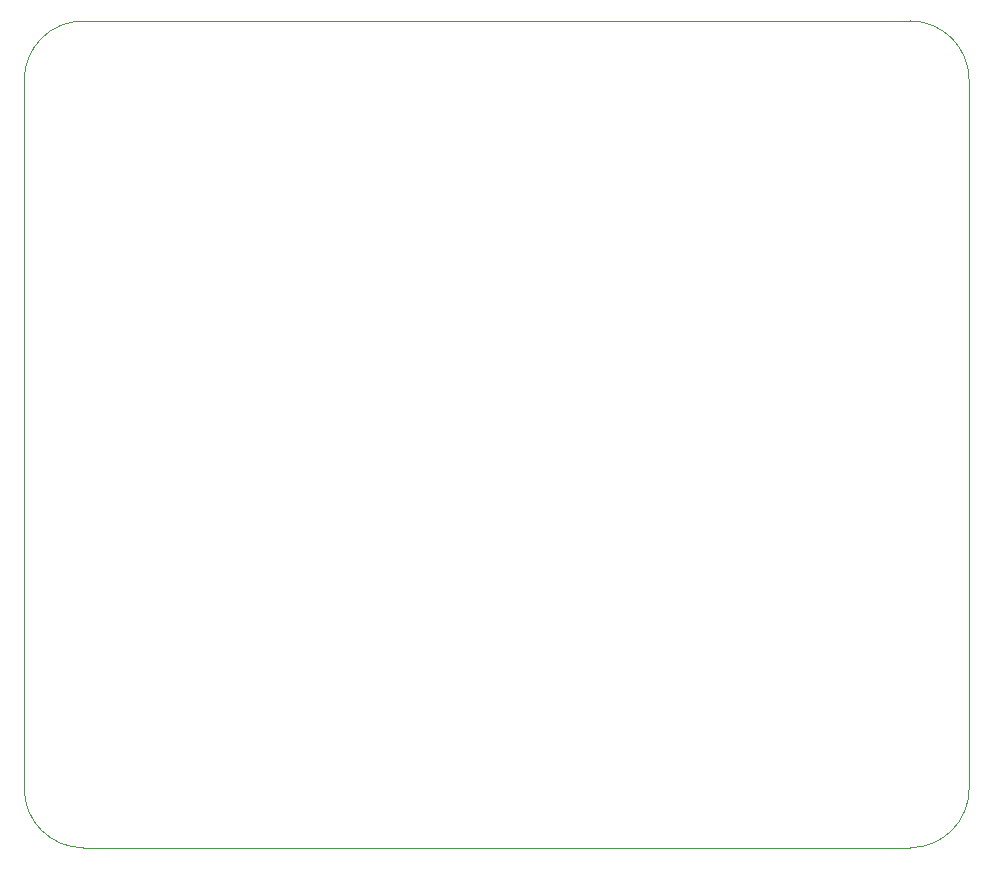
<source format=gbr>
%TF.GenerationSoftware,KiCad,Pcbnew,7.0.1*%
%TF.CreationDate,2023-04-10T22:37:03+03:00*%
%TF.ProjectId,cross_band_handy_walkie_talkie_ES8388,63726f73-735f-4626-916e-645f68616e64,rev?*%
%TF.SameCoordinates,Original*%
%TF.FileFunction,Profile,NP*%
%FSLAX46Y46*%
G04 Gerber Fmt 4.6, Leading zero omitted, Abs format (unit mm)*
G04 Created by KiCad (PCBNEW 7.0.1) date 2023-04-10 22:37:03*
%MOMM*%
%LPD*%
G01*
G04 APERTURE LIST*
%TA.AperFunction,Profile*%
%ADD10C,0.100000*%
%TD*%
G04 APERTURE END LIST*
D10*
X50000000Y-115000000D02*
X50000000Y-55000000D01*
X55000000Y-50000000D02*
X125000000Y-50000000D01*
X130000000Y-115000000D02*
X130000000Y-55000000D01*
X125000000Y-120000000D02*
G75*
G03*
X130000000Y-115000000I0J5000000D01*
G01*
X50000000Y-115000000D02*
G75*
G03*
X55000000Y-120000000I5000000J0D01*
G01*
X125000000Y-120000000D02*
X55000000Y-120000000D01*
X130000000Y-55000000D02*
G75*
G03*
X125000000Y-50000000I-5000000J0D01*
G01*
X55000000Y-50000000D02*
G75*
G03*
X50000000Y-55000000I0J-5000000D01*
G01*
M02*

</source>
